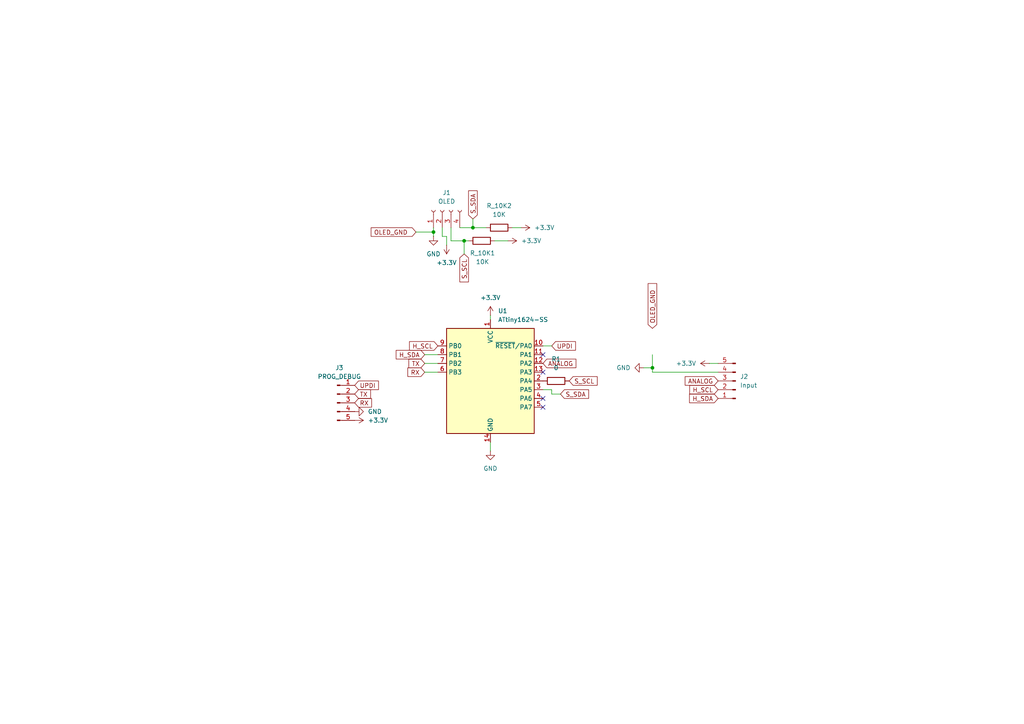
<source format=kicad_sch>
(kicad_sch (version 20231120) (generator "eeschema") (generator_version "8.0")
  (paper "A4")
  (lib_symbols
    (symbol "Connector:Conn_01x04_Socket" (pin_names (offset 1.016) hide)
      (property "Reference" "J" (at 0 5.08 0))
      (property "Value" "Conn_01x04_Socket" (at 0 -7.62 0))
      (symbol "Conn_01x04_Socket_1_1"
        (arc (start 0 -4.572) (mid -0.5058 -5.08) (end 0 -5.588) (stroke (width 0.1524)))
        (arc (start 0 -2.032) (mid -0.5058 -2.54) (end 0 -3.048) (stroke (width 0.1524)))
        (polyline (pts (xy -1.27 -5.08) (xy -0.508 -5.08)) (stroke (width 0.1524)))
        (polyline (pts (xy -1.27 -2.54) (xy -0.508 -2.54)) (stroke (width 0.1524)))
        (polyline (pts (xy -1.27 0) (xy -0.508 0)) (stroke (width 0.1524)))
        (polyline (pts (xy -1.27 2.54) (xy -0.508 2.54)) (stroke (width 0.1524)))
        (arc (start 0 0.508) (mid -0.5058 0) (end 0 -0.508) (stroke (width 0.1524)))
        (arc (start 0 3.048) (mid -0.5058 2.54) (end 0 2.032) (stroke (width 0.1524)))
        (pin passive line (at -5.08 2.54 0) (length 3.81) (name "Pin_1") (number "1"))
        (pin passive line (at -5.08 0 0) (length 3.81) (name "Pin_2") (number "2"))
        (pin passive line (at -5.08 -2.54 0) (length 3.81) (name "Pin_3") (number "3"))
        (pin passive line (at -5.08 -5.08 0) (length 3.81) (name "Pin_4") (number "4"))
      )
    )
    (symbol "Connector:Conn_01x05_Pin" (pin_names (offset 1.016) hide)
      (property "Reference" "J" (at 0 7.62 0))
      (property "Value" "Conn_01x05_Pin" (at 0 -7.62 0))
      (symbol "Conn_01x05_Pin_1_1"
        (polyline (pts (xy 1.27 -5.08) (xy 0.8636 -5.08)) (stroke (width 0.1524)))
        (polyline (pts (xy 1.27 -2.54) (xy 0.8636 -2.54)) (stroke (width 0.1524)))
        (polyline (pts (xy 1.27 0) (xy 0.8636 0)) (stroke (width 0.1524)))
        (polyline (pts (xy 1.27 2.54) (xy 0.8636 2.54)) (stroke (width 0.1524)))
        (polyline (pts (xy 1.27 5.08) (xy 0.8636 5.08)) (stroke (width 0.1524)))
        (rectangle (start 0.8636 -4.953) (end 0 -5.207) (stroke (width 0.1524)) (fill (type outline)))
        (rectangle (start 0.8636 -2.413) (end 0 -2.667) (stroke (width 0.1524)) (fill (type outline)))
        (rectangle (start 0.8636 0.127) (end 0 -0.127) (stroke (width 0.1524)) (fill (type outline)))
        (rectangle (start 0.8636 2.667) (end 0 2.413) (stroke (width 0.1524)) (fill (type outline)))
        (rectangle (start 0.8636 5.207) (end 0 4.953) (stroke (width 0.1524)) (fill (type outline)))
        (pin passive line (at 5.08 5.08 180) (length 3.81) (name "Pin_1") (number "1"))
        (pin passive line (at 5.08 2.54 180) (length 3.81) (name "Pin_2") (number "2"))
        (pin passive line (at 5.08 0 180) (length 3.81) (name "Pin_3") (number "3"))
        (pin passive line (at 5.08 -2.54 180) (length 3.81) (name "Pin_4") (number "4"))
        (pin passive line (at 5.08 -5.08 180) (length 3.81) (name "Pin_5") (number "5"))
      )
    )
    (symbol "Device:R" (pin_numbers hide) (pin_names (offset 0))
      (property "Reference" "R" (at 2.032 0 90))
      (property "Value" "R" (at 0 0 90))
      (symbol "R_0_1"
        (rectangle (start -1.016 -2.54) (end 1.016 2.54) (stroke (width 0.254)))
      )
      (symbol "R_1_1"
        (pin passive line (at 0 3.81 270) (length 1.27) (name "~") (number "1"))
        (pin passive line (at 0 -3.81 90) (length 1.27) (name "~") (number "2"))
      )
    )
    (symbol "MCU_Microchip_ATtiny:ATtiny1624-SS"
      (property "Reference" "U" (at -12.7 16.51 0))
      (property "Value" "ATtiny1624-SS" (at 2.54 -16.51 0))
      (symbol "ATtiny1624-SS_0_1"
        (rectangle (start -12.7 -15.24) (end 12.7 15.24) (stroke (width 0.254)) (fill (type background)))
      )
      (symbol "ATtiny1624-SS_1_1"
        (pin power_in line (at 0 17.78 270) (length 2.54) (name "VCC") (number "1"))
        (pin bidirectional line (at 15.24 10.16 180) (length 2.54) (name "~{RESET}/PA0") (number "10"))
        (pin bidirectional line (at 15.24 7.62 180) (length 2.54) (name "PA1") (number "11"))
        (pin bidirectional line (at 15.24 5.08 180) (length 2.54) (name "PA2") (number "12"))
        (pin bidirectional line (at 15.24 2.54 180) (length 2.54) (name "PA3") (number "13"))
        (pin power_in line (at 0 -17.78 90) (length 2.54) (name "GND") (number "14"))
        (pin bidirectional line (at 15.24 0 180) (length 2.54) (name "PA4") (number "2"))
        (pin bidirectional line (at 15.24 -2.54 180) (length 2.54) (name "PA5") (number "3"))
        (pin bidirectional line (at 15.24 -5.08 180) (length 2.54) (name "PA6") (number "4"))
        (pin bidirectional line (at 15.24 -7.62 180) (length 2.54) (name "PA7") (number "5"))
        (pin bidirectional line (at -15.24 2.54 0) (length 2.54) (name "PB3") (number "6"))
        (pin bidirectional line (at -15.24 5.08 0) (length 2.54) (name "PB2") (number "7"))
        (pin bidirectional line (at -15.24 7.62 0) (length 2.54) (name "PB1") (number "8"))
        (pin bidirectional line (at -15.24 10.16 0) (length 2.54) (name "PB0") (number "9"))
      )
    )
    (symbol "power:+3.3V" (power) (pin_numbers hide) (pin_names (offset 0) hide)
      (property "Value" "+3.3V" (at 0 3.556 0))
      (symbol "+3.3V_0_1"
        (polyline (pts (xy -0.762 1.27) (xy 0 2.54)))
        (polyline (pts (xy 0 0) (xy 0 2.54)))
        (polyline (pts (xy 0 2.54) (xy 0.762 1.27)))
      )
      (symbol "+3.3V_1_1"
        (pin power_in line (at 0 0 90) (length 0) (name "~") (number "1"))
      )
    )
    (symbol "power:GND" (power) (pin_numbers hide) (pin_names (offset 0) hide)
      (property "Value" "GND" (at 0 -3.81 0))
      (symbol "GND_0_1"
        (polyline (pts (xy 0 0) (xy 0 -1.27) (xy 1.27 -1.27) (xy 0 -2.54) (xy -1.27 -1.27) (xy 0 -1.27)))
      )
      (symbol "GND_1_1"
        (pin power_in line (at 0 0 270) (length 0) (name "~") (number "1"))
      )
    )
  )
  (junction (at 137.16 66.04))
  (junction (at 134.62 69.85))
  (junction (at 125.73 67.31))
  (junction (at 189.23 106.68))
  (no_connect (at 157.48 107.95))
  (no_connect (at 157.48 102.87))
  (no_connect (at 157.48 115.57))
  (no_connect (at 157.48 118.11))
  (wire (pts (xy 137.16 66.04) (xy 140.97 66.04)))
  (wire (pts (xy 162.56 114.3) (xy 160.02 114.3)))
  (wire (pts (xy 133.35 66.04) (xy 137.16 66.04)))
  (wire (pts (xy 123.19 105.41) (xy 127 105.41)))
  (wire (pts (xy 157.48 113.03) (xy 160.02 113.03)))
  (wire (pts (xy 128.27 66.04) (xy 128.27 68.58)))
  (wire (pts (xy 148.59 66.04) (xy 151.13 66.04)))
  (wire (pts (xy 143.51 69.85) (xy 147.32 69.85)))
  (wire (pts (xy 130.81 69.85) (xy 130.81 66.04)))
  (wire (pts (xy 142.24 128.27) (xy 142.24 130.81)))
  (wire (pts (xy 125.73 66.04) (xy 125.73 67.31)))
  (wire (pts (xy 186.69 106.68) (xy 189.23 106.68)))
  (wire (pts (xy 137.16 63.5) (xy 137.16 66.04)))
  (wire (pts (xy 157.48 100.33) (xy 160.02 100.33)))
  (wire (pts (xy 134.62 69.85) (xy 134.62 73.66)))
  (wire (pts (xy 189.23 102.87) (xy 189.23 106.68)))
  (wire (pts (xy 142.24 91.44) (xy 142.24 92.71)))
  (wire (pts (xy 205.74 105.41) (xy 208.28 105.41)))
  (wire (pts (xy 160.02 114.3) (xy 160.02 113.03)))
  (wire (pts (xy 123.19 107.95) (xy 127 107.95)))
  (wire (pts (xy 189.23 107.95) (xy 189.23 106.68)))
  (wire (pts (xy 208.28 107.95) (xy 189.23 107.95)))
  (wire (pts (xy 134.62 69.85) (xy 135.89 69.85)))
  (wire (pts (xy 123.19 102.87) (xy 127 102.87)))
  (wire (pts (xy 125.73 67.31) (xy 125.73 68.58)))
  (wire (pts (xy 130.81 69.85) (xy 134.62 69.85)))
  (wire (pts (xy 129.54 71.12) (xy 129.54 68.58)))
  (wire (pts (xy 120.65 67.31) (xy 125.73 67.31)))
  (wire (pts (xy 129.54 68.58) (xy 128.27 68.58)))
  (global_label "ANALOG" (shape input) (at 208.28 110.49 180) (property "Intersheetrefs" "${INTERSHEET_REFS}" (effects (hide yes))))
  (global_label "H_SDA" (shape input) (at 208.28 115.57 180) (property "Intersheetrefs" "${INTERSHEET_REFS}" (effects (hide yes))))
  (global_label "RX" (shape input) (at 102.87 116.84 0) (property "Intersheetrefs" "${INTERSHEET_REFS}" (effects (hide yes))))
  (global_label "UPDI" (shape input) (at 102.87 111.76 0) (property "Intersheetrefs" "${INTERSHEET_REFS}" (effects (hide yes))))
  (global_label "OLED_GND " (shape input) (at 120.65 67.31 180) (property "Intersheetrefs" "${INTERSHEET_REFS}" (effects (hide yes))))
  (global_label "TX" (shape input) (at 102.87 114.3 0) (property "Intersheetrefs" "${INTERSHEET_REFS}" (effects (hide yes))))
  (global_label "H_SDA" (shape input) (at 123.19 102.87 180) (property "Intersheetrefs" "${INTERSHEET_REFS}" (effects (hide yes))))
  (global_label "S_SDA" (shape input) (at 137.16 63.5 90) (property "Intersheetrefs" "${INTERSHEET_REFS}" (effects (hide yes))))
  (global_label "RX" (shape input) (at 123.19 107.95 180) (property "Intersheetrefs" "${INTERSHEET_REFS}" (effects (hide yes))))
  (global_label "H_SCL" (shape input) (at 208.28 113.03 180) (property "Intersheetrefs" "${INTERSHEET_REFS}" (effects (hide yes))))
  (global_label "S_SCL" (shape input) (at 134.62 73.66 270) (property "Intersheetrefs" "${INTERSHEET_REFS}" (effects (hide yes))))
  (global_label "H_SCL" (shape input) (at 127 100.33 180) (property "Intersheetrefs" "${INTERSHEET_REFS}" (effects (hide yes))))
  (global_label "S_SDA" (shape input) (at 162.56 114.3 0) (property "Intersheetrefs" "${INTERSHEET_REFS}" (effects (hide yes))))
  (global_label "S_SCL" (shape input) (at 165.1 110.49 0) (property "Intersheetrefs" "${INTERSHEET_REFS}" (effects (hide yes))))
  (global_label "OLED_GND " (shape input) (at 189.23 95.25 90) (property "Intersheetrefs" "${INTERSHEET_REFS}" (effects (hide yes))))
  (global_label "ANALOG" (shape input) (at 157.48 105.41 0) (property "Intersheetrefs" "${INTERSHEET_REFS}" (effects (hide yes))))
  (global_label "UPDI" (shape input) (at 160.02 100.33 0) (property "Intersheetrefs" "${INTERSHEET_REFS}" (effects (hide yes))))
  (global_label "TX" (shape input) (at 123.19 105.41 180) (property "Intersheetrefs" "${INTERSHEET_REFS}" (effects (hide yes))))
  (symbol (lib_id "Device:R") (at 161.29 110.49 270) (unit 1)
    (property "Reference" "R1" (at 161.29 104.14 90))
    (property "Value" "0" (at 161.29 106.68 90))
    (property "Footprint" "Resistor_SMD:R_1206_3216Metric" (effects (hide yes)))
    (property "Description" "Resistor" (effects (hide yes)))
  )
  (symbol (lib_id "Device:R") (at 139.7 69.85 90) (unit 1)
    (property "Reference" "R_10K1" (at 139.954 73.406 90))
    (property "Value" "10K" (at 139.954 75.946 90))
    (property "Footprint" "Resistor_SMD:R_1206_3216Metric" (effects (hide yes)))
    (property "Description" "Resistor" (effects (hide yes)))
  )
  (symbol (lib_id "power:GND") (at 125.73 68.58 0) (unit 1)
    (property "Reference" "#PWR01" (effects (hide yes)))
    (property "Value" "GND" (at 125.73 73.66 0))
    (property "Description" "Power symbol creates a global label with name \"GND\" , ground" (effects (hide yes)))
  )
  (symbol (lib_id "MCU_Microchip_ATtiny:ATtiny1624-SS") (at 142.24 110.49 0) (unit 1)
    (property "Reference" "U1" (at 144.4341 90.17 0) (effects (justify left)))
    (property "Value" "ATtiny1624-SS" (at 144.4341 92.71 0) (effects (justify left)))
    (property "Footprint" "Package_SO:SOIC-14_3.9x8.7mm_P1.27mm" (effects (hide yes)))
    (property "Datasheet" "https://ww1.microchip.com/downloads/en/DeviceDoc/ATtiny1624-26-27-DataSheet-DS40002234A.pdf" (effects (hide yes)))
    (property "Description" "20MHz, 16kB Flash, 2kB SRAM, 256B EEPROM, SOIC-14" (effects (hide yes)))
  )
  (symbol (lib_id "power:+3.3V") (at 147.32 69.85 270) (unit 1)
    (property "Reference" "#PWR04" (effects (hide yes)))
    (property "Value" "+3.3V" (at 151.13 69.8499 90) (effects (justify left)))
    (property "Description" "Power symbol creates a global label with name \"+3.3V\"" (effects (hide yes)))
  )
  (symbol (lib_id "power:+3.3V") (at 129.54 71.12 180) (unit 1)
    (property "Reference" "#PWR02" (effects (hide yes)))
    (property "Value" "+3.3V" (at 129.54 76.2 0))
    (property "Description" "Power symbol creates a global label with name \"+3.3V\"" (effects (hide yes)))
  )
  (symbol (lib_id "Connector:Conn_01x05_Pin") (at 97.79 116.84 0) (unit 1)
    (property "Reference" "J3" (at 98.425 106.68 0))
    (property "Value" "PROG_DEBUG" (at 98.425 109.22 0))
    (property "Footprint" "Connector_PinSocket_2.54mm:PinSocket_1x05_P2.54mm_Vertical_SMD_Pin1Left" (effects (hide yes)))
    (property "Description" "Generic connector, single row, 01x05, script generated" (effects (hide yes)))
  )
  (symbol (lib_id "Device:R") (at 144.78 66.04 90) (unit 1)
    (property "Reference" "R_10K2" (at 144.78 59.69 90))
    (property "Value" "10K" (at 144.78 62.23 90))
    (property "Footprint" "Resistor_SMD:R_1206_3216Metric" (effects (hide yes)))
    (property "Description" "Resistor" (effects (hide yes)))
  )
  (symbol (lib_id "power:+3.3V") (at 142.24 91.44 0) (unit 1)
    (property "Reference" "#PWR03" (effects (hide yes)))
    (property "Value" "+3.3V" (at 142.24 86.36 0))
    (property "Description" "Power symbol creates a global label with name \"+3.3V\"" (effects (hide yes)))
  )
  (symbol (lib_id "power:+3.3V") (at 205.74 105.41 90) (unit 1)
    (property "Reference" "#PWR06" (effects (hide yes)))
    (property "Value" "+3.3V" (at 201.93 105.4099 90) (effects (justify left)))
    (property "Description" "Power symbol creates a global label with name \"+3.3V\"" (effects (hide yes)))
  )
  (symbol (lib_id "power:+3.3V") (at 151.13 66.04 270) (unit 1)
    (property "Reference" "#PWR05" (effects (hide yes)))
    (property "Value" "+3.3V" (at 154.94 66.0399 90) (effects (justify left)))
    (property "Description" "Power symbol creates a global label with name \"+3.3V\"" (effects (hide yes)))
  )
  (symbol (lib_id "power:GND") (at 142.24 130.81 0) (unit 1)
    (property "Reference" "#PWR08" (effects (hide yes)))
    (property "Value" "GND" (at 142.24 135.89 0))
    (property "Description" "Power symbol creates a global label with name \"GND\" , ground" (effects (hide yes)))
  )
  (symbol (lib_id "power:+3.3V") (at 102.87 121.92 270) (unit 1)
    (property "Reference" "#PWR09" (effects (hide yes)))
    (property "Value" "+3.3V" (at 106.68 121.9199 90) (effects (justify left)))
    (property "Description" "Power symbol creates a global label with name \"+3.3V\"" (effects (hide yes)))
  )
  (symbol (lib_id "Connector:Conn_01x05_Pin") (at 213.36 110.49 180) (unit 1)
    (property "Reference" "J2" (at 214.63 109.2199 0) (effects (justify right)))
    (property "Value" "Input" (at 214.63 111.7599 0) (effects (justify right)))
    (property "Footprint" "Connector_PinSocket_2.54mm:PinSocket_1x05_P2.54mm_Vertical_SMD_Pin1Left" (effects (hide yes)))
    (property "Description" "Generic connector, single row, 01x05, script generated" (effects (hide yes)))
  )
  (symbol (lib_id "power:GND") (at 186.69 106.68 270) (unit 1)
    (property "Reference" "#PWR07" (effects (hide yes)))
    (property "Value" "GND" (at 182.88 106.6799 90) (effects (justify right)))
    (property "Description" "Power symbol creates a global label with name \"GND\" , ground" (effects (hide yes)))
  )
  (symbol (lib_id "Connector:Conn_01x04_Socket") (at 128.27 60.96 90) (unit 1)
    (property "Reference" "J1" (at 129.54 55.88 90))
    (property "Value" "OLED" (at 129.54 58.42 90))
    (property "Footprint" "Connector_PinSocket_2.54mm:PinSocket_1x04_P2.54mm_Vertical" (effects (hide yes)))
    (property "Description" "Generic connector, single row, 01x04, script generated" (effects (hide yes)))
  )
  (symbol (lib_id "power:GND") (at 102.87 119.38 90) (unit 1)
    (property "Reference" "#PWR010" (effects (hide yes)))
    (property "Value" "GND" (at 106.68 119.3799 90) (effects (justify right)))
    (property "Description" "Power symbol creates a global label with name \"GND\" , ground" (effects (hide yes)))
  )
)
</source>
